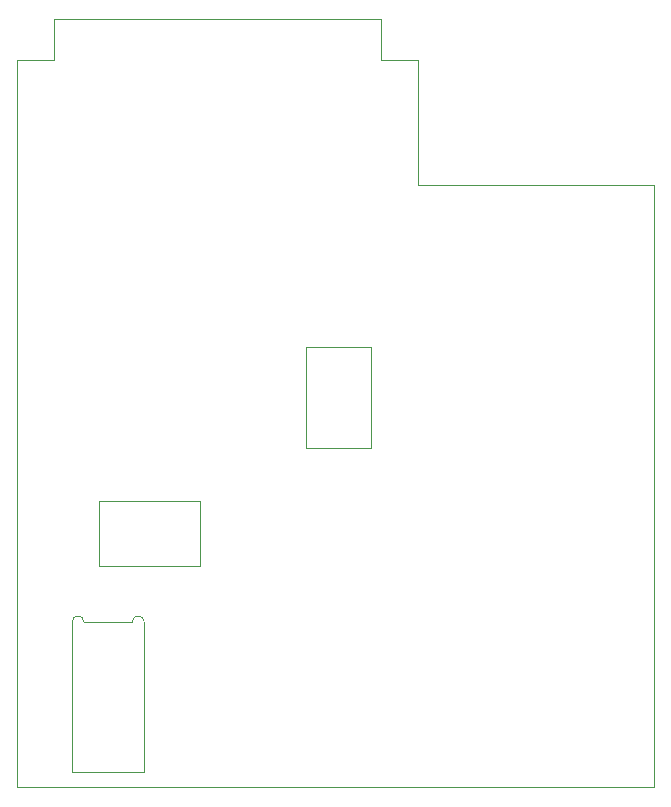
<source format=gm1>
G04 #@! TF.GenerationSoftware,KiCad,Pcbnew,(5.1.7)-1*
G04 #@! TF.CreationDate,2022-01-01T19:06:31+01:00*
G04 #@! TF.ProjectId,expressDAC,65787072-6573-4734-9441-432e6b696361,rev?*
G04 #@! TF.SameCoordinates,Original*
G04 #@! TF.FileFunction,Profile,NP*
%FSLAX46Y46*%
G04 Gerber Fmt 4.6, Leading zero omitted, Abs format (unit mm)*
G04 Created by KiCad (PCBNEW (5.1.7)-1) date 2022-01-01 19:06:31*
%MOMM*%
%LPD*%
G01*
G04 APERTURE LIST*
G04 #@! TA.AperFunction,Profile*
%ADD10C,0.100000*%
G04 #@! TD*
G04 APERTURE END LIST*
D10*
X67000000Y-65500000D02*
X67000000Y-74000000D01*
X72500000Y-65500000D02*
X67000000Y-65500000D01*
X67000000Y-74000000D02*
X72500000Y-74000000D01*
X72500000Y-74000000D02*
X72500000Y-65500000D01*
X49500000Y-84000000D02*
X58000000Y-84000000D01*
X49500000Y-78500000D02*
X49500000Y-84000000D01*
X58000000Y-78500000D02*
X49500000Y-78500000D01*
X58000000Y-84000000D02*
X58000000Y-78500000D01*
X76500000Y-51750000D02*
X76500000Y-41150000D01*
X96500000Y-51750000D02*
X76500000Y-51750000D01*
X96500000Y-102750000D02*
X96500000Y-51750000D01*
X76500000Y-102750000D02*
X96500000Y-102750000D01*
X68950000Y-102750000D02*
X42500000Y-102750000D01*
X44300000Y-41150000D02*
X45650000Y-41150000D01*
X45650000Y-41150000D02*
X45650000Y-37750000D01*
X42500000Y-41150000D02*
X44300000Y-41150000D01*
X72474100Y-37747200D02*
X73349700Y-37747199D01*
X76500000Y-41150000D02*
X73350000Y-41150000D01*
X73350000Y-41150000D02*
X73349700Y-37747199D01*
X45650000Y-37747200D02*
X72474100Y-37747200D01*
X42500000Y-41150000D02*
X42500000Y-102750000D01*
X68950000Y-102750000D02*
X76500000Y-102750000D01*
X47200000Y-101450000D02*
X47200000Y-88750000D01*
X48200000Y-88750000D02*
X52300000Y-88750000D01*
X53300000Y-88750000D02*
X53300000Y-101450000D01*
X53300000Y-101450000D02*
X47200000Y-101450000D01*
X52300000Y-88750000D02*
G75*
G02*
X53300000Y-88750000I500000J0D01*
G01*
X47200000Y-88750000D02*
G75*
G02*
X48200000Y-88750000I500000J0D01*
G01*
M02*

</source>
